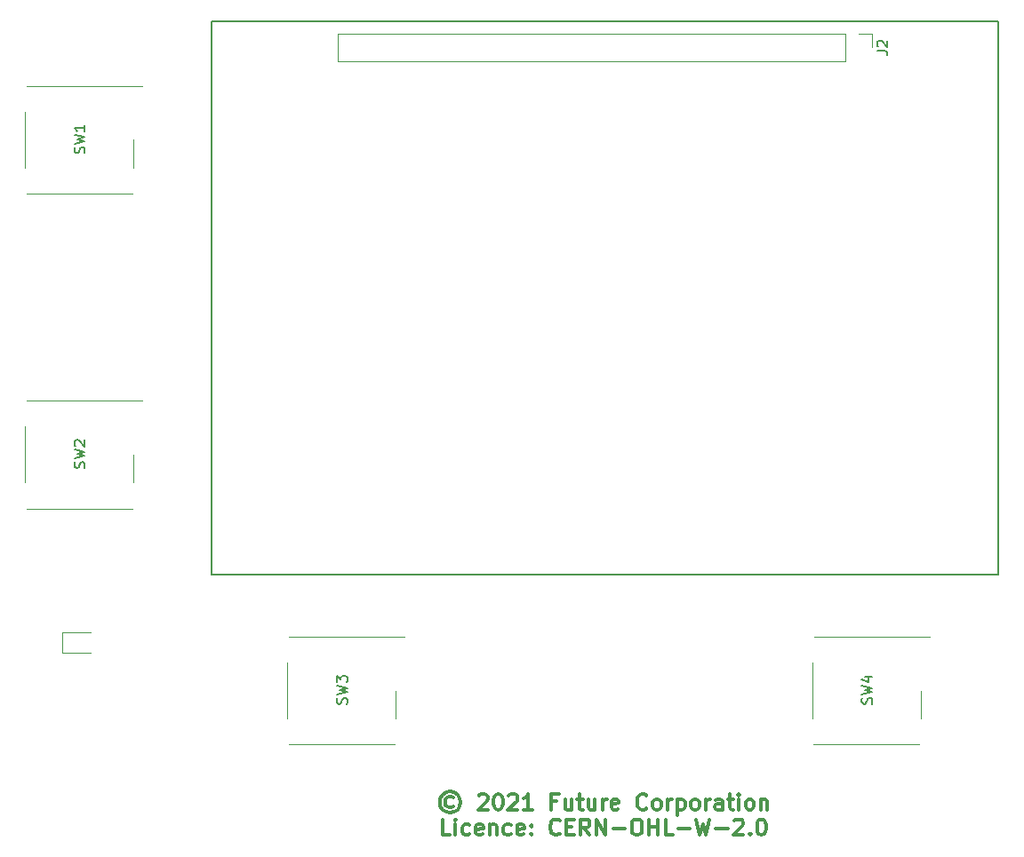
<source format=gbr>
%TF.GenerationSoftware,KiCad,Pcbnew,(5.99.0-8090-ga1d7a959f7)*%
%TF.CreationDate,2021-11-03T17:46:47+00:00*%
%TF.ProjectId,Front_Panel,46726f6e-745f-4506-916e-656c2e6b6963,rev?*%
%TF.SameCoordinates,Original*%
%TF.FileFunction,Legend,Top*%
%TF.FilePolarity,Positive*%
%FSLAX46Y46*%
G04 Gerber Fmt 4.6, Leading zero omitted, Abs format (unit mm)*
G04 Created by KiCad (PCBNEW (5.99.0-8090-ga1d7a959f7)) date 2021-11-03 17:46:47*
%MOMM*%
%LPD*%
G01*
G04 APERTURE LIST*
%ADD10C,0.300000*%
%ADD11C,0.150000*%
%ADD12C,0.120000*%
G04 APERTURE END LIST*
D10*
X110542857Y-136528214D02*
X110400000Y-136456785D01*
X110114285Y-136456785D01*
X109971428Y-136528214D01*
X109828571Y-136671071D01*
X109757142Y-136813928D01*
X109757142Y-137099642D01*
X109828571Y-137242500D01*
X109971428Y-137385357D01*
X110114285Y-137456785D01*
X110400000Y-137456785D01*
X110542857Y-137385357D01*
X110257142Y-135956785D02*
X109900000Y-136028214D01*
X109542857Y-136242500D01*
X109328571Y-136599642D01*
X109257142Y-136956785D01*
X109328571Y-137313928D01*
X109542857Y-137671071D01*
X109900000Y-137885357D01*
X110257142Y-137956785D01*
X110614285Y-137885357D01*
X110971428Y-137671071D01*
X111185714Y-137313928D01*
X111257142Y-136956785D01*
X111185714Y-136599642D01*
X110971428Y-136242500D01*
X110614285Y-136028214D01*
X110257142Y-135956785D01*
X112971428Y-136313928D02*
X113042857Y-136242500D01*
X113185714Y-136171071D01*
X113542857Y-136171071D01*
X113685714Y-136242500D01*
X113757142Y-136313928D01*
X113828571Y-136456785D01*
X113828571Y-136599642D01*
X113757142Y-136813928D01*
X112900000Y-137671071D01*
X113828571Y-137671071D01*
X114757142Y-136171071D02*
X114900000Y-136171071D01*
X115042857Y-136242500D01*
X115114285Y-136313928D01*
X115185714Y-136456785D01*
X115257142Y-136742500D01*
X115257142Y-137099642D01*
X115185714Y-137385357D01*
X115114285Y-137528214D01*
X115042857Y-137599642D01*
X114900000Y-137671071D01*
X114757142Y-137671071D01*
X114614285Y-137599642D01*
X114542857Y-137528214D01*
X114471428Y-137385357D01*
X114400000Y-137099642D01*
X114400000Y-136742500D01*
X114471428Y-136456785D01*
X114542857Y-136313928D01*
X114614285Y-136242500D01*
X114757142Y-136171071D01*
X115828571Y-136313928D02*
X115900000Y-136242500D01*
X116042857Y-136171071D01*
X116400000Y-136171071D01*
X116542857Y-136242500D01*
X116614285Y-136313928D01*
X116685714Y-136456785D01*
X116685714Y-136599642D01*
X116614285Y-136813928D01*
X115757142Y-137671071D01*
X116685714Y-137671071D01*
X118114285Y-137671071D02*
X117257142Y-137671071D01*
X117685714Y-137671071D02*
X117685714Y-136171071D01*
X117542857Y-136385357D01*
X117400000Y-136528214D01*
X117257142Y-136599642D01*
X120400000Y-136885357D02*
X119900000Y-136885357D01*
X119900000Y-137671071D02*
X119900000Y-136171071D01*
X120614285Y-136171071D01*
X121828571Y-136671071D02*
X121828571Y-137671071D01*
X121185714Y-136671071D02*
X121185714Y-137456785D01*
X121257142Y-137599642D01*
X121400000Y-137671071D01*
X121614285Y-137671071D01*
X121757142Y-137599642D01*
X121828571Y-137528214D01*
X122328571Y-136671071D02*
X122900000Y-136671071D01*
X122542857Y-136171071D02*
X122542857Y-137456785D01*
X122614285Y-137599642D01*
X122757142Y-137671071D01*
X122900000Y-137671071D01*
X124042857Y-136671071D02*
X124042857Y-137671071D01*
X123400000Y-136671071D02*
X123400000Y-137456785D01*
X123471428Y-137599642D01*
X123614285Y-137671071D01*
X123828571Y-137671071D01*
X123971428Y-137599642D01*
X124042857Y-137528214D01*
X124757142Y-137671071D02*
X124757142Y-136671071D01*
X124757142Y-136956785D02*
X124828571Y-136813928D01*
X124900000Y-136742500D01*
X125042857Y-136671071D01*
X125185714Y-136671071D01*
X126257142Y-137599642D02*
X126114285Y-137671071D01*
X125828571Y-137671071D01*
X125685714Y-137599642D01*
X125614285Y-137456785D01*
X125614285Y-136885357D01*
X125685714Y-136742500D01*
X125828571Y-136671071D01*
X126114285Y-136671071D01*
X126257142Y-136742500D01*
X126328571Y-136885357D01*
X126328571Y-137028214D01*
X125614285Y-137171071D01*
X128971428Y-137528214D02*
X128900000Y-137599642D01*
X128685714Y-137671071D01*
X128542857Y-137671071D01*
X128328571Y-137599642D01*
X128185714Y-137456785D01*
X128114285Y-137313928D01*
X128042857Y-137028214D01*
X128042857Y-136813928D01*
X128114285Y-136528214D01*
X128185714Y-136385357D01*
X128328571Y-136242500D01*
X128542857Y-136171071D01*
X128685714Y-136171071D01*
X128900000Y-136242500D01*
X128971428Y-136313928D01*
X129828571Y-137671071D02*
X129685714Y-137599642D01*
X129614285Y-137528214D01*
X129542857Y-137385357D01*
X129542857Y-136956785D01*
X129614285Y-136813928D01*
X129685714Y-136742500D01*
X129828571Y-136671071D01*
X130042857Y-136671071D01*
X130185714Y-136742500D01*
X130257142Y-136813928D01*
X130328571Y-136956785D01*
X130328571Y-137385357D01*
X130257142Y-137528214D01*
X130185714Y-137599642D01*
X130042857Y-137671071D01*
X129828571Y-137671071D01*
X130971428Y-137671071D02*
X130971428Y-136671071D01*
X130971428Y-136956785D02*
X131042857Y-136813928D01*
X131114285Y-136742500D01*
X131257142Y-136671071D01*
X131400000Y-136671071D01*
X131900000Y-136671071D02*
X131900000Y-138171071D01*
X131900000Y-136742500D02*
X132042857Y-136671071D01*
X132328571Y-136671071D01*
X132471428Y-136742500D01*
X132542857Y-136813928D01*
X132614285Y-136956785D01*
X132614285Y-137385357D01*
X132542857Y-137528214D01*
X132471428Y-137599642D01*
X132328571Y-137671071D01*
X132042857Y-137671071D01*
X131900000Y-137599642D01*
X133471428Y-137671071D02*
X133328571Y-137599642D01*
X133257142Y-137528214D01*
X133185714Y-137385357D01*
X133185714Y-136956785D01*
X133257142Y-136813928D01*
X133328571Y-136742500D01*
X133471428Y-136671071D01*
X133685714Y-136671071D01*
X133828571Y-136742500D01*
X133900000Y-136813928D01*
X133971428Y-136956785D01*
X133971428Y-137385357D01*
X133900000Y-137528214D01*
X133828571Y-137599642D01*
X133685714Y-137671071D01*
X133471428Y-137671071D01*
X134614285Y-137671071D02*
X134614285Y-136671071D01*
X134614285Y-136956785D02*
X134685714Y-136813928D01*
X134757142Y-136742500D01*
X134900000Y-136671071D01*
X135042857Y-136671071D01*
X136185714Y-137671071D02*
X136185714Y-136885357D01*
X136114285Y-136742500D01*
X135971428Y-136671071D01*
X135685714Y-136671071D01*
X135542857Y-136742500D01*
X136185714Y-137599642D02*
X136042857Y-137671071D01*
X135685714Y-137671071D01*
X135542857Y-137599642D01*
X135471428Y-137456785D01*
X135471428Y-137313928D01*
X135542857Y-137171071D01*
X135685714Y-137099642D01*
X136042857Y-137099642D01*
X136185714Y-137028214D01*
X136685714Y-136671071D02*
X137257142Y-136671071D01*
X136900000Y-136171071D02*
X136900000Y-137456785D01*
X136971428Y-137599642D01*
X137114285Y-137671071D01*
X137257142Y-137671071D01*
X137757142Y-137671071D02*
X137757142Y-136671071D01*
X137757142Y-136171071D02*
X137685714Y-136242500D01*
X137757142Y-136313928D01*
X137828571Y-136242500D01*
X137757142Y-136171071D01*
X137757142Y-136313928D01*
X138685714Y-137671071D02*
X138542857Y-137599642D01*
X138471428Y-137528214D01*
X138400000Y-137385357D01*
X138400000Y-136956785D01*
X138471428Y-136813928D01*
X138542857Y-136742500D01*
X138685714Y-136671071D01*
X138900000Y-136671071D01*
X139042857Y-136742500D01*
X139114285Y-136813928D01*
X139185714Y-136956785D01*
X139185714Y-137385357D01*
X139114285Y-137528214D01*
X139042857Y-137599642D01*
X138900000Y-137671071D01*
X138685714Y-137671071D01*
X139828571Y-136671071D02*
X139828571Y-137671071D01*
X139828571Y-136813928D02*
X139900000Y-136742500D01*
X140042857Y-136671071D01*
X140257142Y-136671071D01*
X140400000Y-136742500D01*
X140471428Y-136885357D01*
X140471428Y-137671071D01*
X110257142Y-140086071D02*
X109542857Y-140086071D01*
X109542857Y-138586071D01*
X110757142Y-140086071D02*
X110757142Y-139086071D01*
X110757142Y-138586071D02*
X110685714Y-138657500D01*
X110757142Y-138728928D01*
X110828571Y-138657500D01*
X110757142Y-138586071D01*
X110757142Y-138728928D01*
X112114285Y-140014642D02*
X111971428Y-140086071D01*
X111685714Y-140086071D01*
X111542857Y-140014642D01*
X111471428Y-139943214D01*
X111400000Y-139800357D01*
X111400000Y-139371785D01*
X111471428Y-139228928D01*
X111542857Y-139157500D01*
X111685714Y-139086071D01*
X111971428Y-139086071D01*
X112114285Y-139157500D01*
X113328571Y-140014642D02*
X113185714Y-140086071D01*
X112900000Y-140086071D01*
X112757142Y-140014642D01*
X112685714Y-139871785D01*
X112685714Y-139300357D01*
X112757142Y-139157500D01*
X112900000Y-139086071D01*
X113185714Y-139086071D01*
X113328571Y-139157500D01*
X113400000Y-139300357D01*
X113400000Y-139443214D01*
X112685714Y-139586071D01*
X114042857Y-139086071D02*
X114042857Y-140086071D01*
X114042857Y-139228928D02*
X114114285Y-139157500D01*
X114257142Y-139086071D01*
X114471428Y-139086071D01*
X114614285Y-139157500D01*
X114685714Y-139300357D01*
X114685714Y-140086071D01*
X116042857Y-140014642D02*
X115900000Y-140086071D01*
X115614285Y-140086071D01*
X115471428Y-140014642D01*
X115400000Y-139943214D01*
X115328571Y-139800357D01*
X115328571Y-139371785D01*
X115400000Y-139228928D01*
X115471428Y-139157500D01*
X115614285Y-139086071D01*
X115900000Y-139086071D01*
X116042857Y-139157500D01*
X117257142Y-140014642D02*
X117114285Y-140086071D01*
X116828571Y-140086071D01*
X116685714Y-140014642D01*
X116614285Y-139871785D01*
X116614285Y-139300357D01*
X116685714Y-139157500D01*
X116828571Y-139086071D01*
X117114285Y-139086071D01*
X117257142Y-139157500D01*
X117328571Y-139300357D01*
X117328571Y-139443214D01*
X116614285Y-139586071D01*
X117971428Y-139943214D02*
X118042857Y-140014642D01*
X117971428Y-140086071D01*
X117900000Y-140014642D01*
X117971428Y-139943214D01*
X117971428Y-140086071D01*
X117971428Y-139157500D02*
X118042857Y-139228928D01*
X117971428Y-139300357D01*
X117900000Y-139228928D01*
X117971428Y-139157500D01*
X117971428Y-139300357D01*
X120685714Y-139943214D02*
X120614285Y-140014642D01*
X120400000Y-140086071D01*
X120257142Y-140086071D01*
X120042857Y-140014642D01*
X119900000Y-139871785D01*
X119828571Y-139728928D01*
X119757142Y-139443214D01*
X119757142Y-139228928D01*
X119828571Y-138943214D01*
X119900000Y-138800357D01*
X120042857Y-138657500D01*
X120257142Y-138586071D01*
X120400000Y-138586071D01*
X120614285Y-138657500D01*
X120685714Y-138728928D01*
X121328571Y-139300357D02*
X121828571Y-139300357D01*
X122042857Y-140086071D02*
X121328571Y-140086071D01*
X121328571Y-138586071D01*
X122042857Y-138586071D01*
X123542857Y-140086071D02*
X123042857Y-139371785D01*
X122685714Y-140086071D02*
X122685714Y-138586071D01*
X123257142Y-138586071D01*
X123400000Y-138657500D01*
X123471428Y-138728928D01*
X123542857Y-138871785D01*
X123542857Y-139086071D01*
X123471428Y-139228928D01*
X123400000Y-139300357D01*
X123257142Y-139371785D01*
X122685714Y-139371785D01*
X124185714Y-140086071D02*
X124185714Y-138586071D01*
X125042857Y-140086071D01*
X125042857Y-138586071D01*
X125757142Y-139514642D02*
X126900000Y-139514642D01*
X127900000Y-138586071D02*
X128185714Y-138586071D01*
X128328571Y-138657500D01*
X128471428Y-138800357D01*
X128542857Y-139086071D01*
X128542857Y-139586071D01*
X128471428Y-139871785D01*
X128328571Y-140014642D01*
X128185714Y-140086071D01*
X127900000Y-140086071D01*
X127757142Y-140014642D01*
X127614285Y-139871785D01*
X127542857Y-139586071D01*
X127542857Y-139086071D01*
X127614285Y-138800357D01*
X127757142Y-138657500D01*
X127900000Y-138586071D01*
X129185714Y-140086071D02*
X129185714Y-138586071D01*
X129185714Y-139300357D02*
X130042857Y-139300357D01*
X130042857Y-140086071D02*
X130042857Y-138586071D01*
X131471428Y-140086071D02*
X130757142Y-140086071D01*
X130757142Y-138586071D01*
X131971428Y-139514642D02*
X133114285Y-139514642D01*
X133685714Y-138586071D02*
X134042857Y-140086071D01*
X134328571Y-139014642D01*
X134614285Y-140086071D01*
X134971428Y-138586071D01*
X135542857Y-139514642D02*
X136685714Y-139514642D01*
X137328571Y-138728928D02*
X137400000Y-138657500D01*
X137542857Y-138586071D01*
X137900000Y-138586071D01*
X138042857Y-138657500D01*
X138114285Y-138728928D01*
X138185714Y-138871785D01*
X138185714Y-139014642D01*
X138114285Y-139228928D01*
X137257142Y-140086071D01*
X138185714Y-140086071D01*
X138828571Y-139943214D02*
X138900000Y-140014642D01*
X138828571Y-140086071D01*
X138757142Y-140014642D01*
X138828571Y-139943214D01*
X138828571Y-140086071D01*
X139828571Y-138586071D02*
X139971428Y-138586071D01*
X140114285Y-138657500D01*
X140185714Y-138728928D01*
X140257142Y-138871785D01*
X140328571Y-139157500D01*
X140328571Y-139514642D01*
X140257142Y-139800357D01*
X140185714Y-139943214D01*
X140114285Y-140014642D01*
X139971428Y-140086071D01*
X139828571Y-140086071D01*
X139685714Y-140014642D01*
X139614285Y-139943214D01*
X139542857Y-139800357D01*
X139471428Y-139514642D01*
X139471428Y-139157500D01*
X139542857Y-138871785D01*
X139614285Y-138728928D01*
X139685714Y-138657500D01*
X139828571Y-138586071D01*
D11*
X87500000Y-115250000D02*
X162500000Y-115250000D01*
X162500000Y-115250000D02*
X162500000Y-62500000D01*
X162500000Y-62500000D02*
X87500000Y-62500000D01*
X87500000Y-62500000D02*
X87500000Y-115250000D01*
%TO.C,SW2*%
X75404761Y-105083333D02*
X75452380Y-104940476D01*
X75452380Y-104702380D01*
X75404761Y-104607142D01*
X75357142Y-104559523D01*
X75261904Y-104511904D01*
X75166666Y-104511904D01*
X75071428Y-104559523D01*
X75023809Y-104607142D01*
X74976190Y-104702380D01*
X74928571Y-104892857D01*
X74880952Y-104988095D01*
X74833333Y-105035714D01*
X74738095Y-105083333D01*
X74642857Y-105083333D01*
X74547619Y-105035714D01*
X74500000Y-104988095D01*
X74452380Y-104892857D01*
X74452380Y-104654761D01*
X74500000Y-104511904D01*
X74452380Y-104178571D02*
X75452380Y-103940476D01*
X74738095Y-103750000D01*
X75452380Y-103559523D01*
X74452380Y-103321428D01*
X74547619Y-102988095D02*
X74500000Y-102940476D01*
X74452380Y-102845238D01*
X74452380Y-102607142D01*
X74500000Y-102511904D01*
X74547619Y-102464285D01*
X74642857Y-102416666D01*
X74738095Y-102416666D01*
X74880952Y-102464285D01*
X75452380Y-103035714D01*
X75452380Y-102416666D01*
%TO.C,SW4*%
X150404761Y-127583333D02*
X150452380Y-127440476D01*
X150452380Y-127202380D01*
X150404761Y-127107142D01*
X150357142Y-127059523D01*
X150261904Y-127011904D01*
X150166666Y-127011904D01*
X150071428Y-127059523D01*
X150023809Y-127107142D01*
X149976190Y-127202380D01*
X149928571Y-127392857D01*
X149880952Y-127488095D01*
X149833333Y-127535714D01*
X149738095Y-127583333D01*
X149642857Y-127583333D01*
X149547619Y-127535714D01*
X149500000Y-127488095D01*
X149452380Y-127392857D01*
X149452380Y-127154761D01*
X149500000Y-127011904D01*
X149452380Y-126678571D02*
X150452380Y-126440476D01*
X149738095Y-126250000D01*
X150452380Y-126059523D01*
X149452380Y-125821428D01*
X149785714Y-125011904D02*
X150452380Y-125011904D01*
X149404761Y-125250000D02*
X150119047Y-125488095D01*
X150119047Y-124869047D01*
%TO.C,SW1*%
X75404761Y-75083333D02*
X75452380Y-74940476D01*
X75452380Y-74702380D01*
X75404761Y-74607142D01*
X75357142Y-74559523D01*
X75261904Y-74511904D01*
X75166666Y-74511904D01*
X75071428Y-74559523D01*
X75023809Y-74607142D01*
X74976190Y-74702380D01*
X74928571Y-74892857D01*
X74880952Y-74988095D01*
X74833333Y-75035714D01*
X74738095Y-75083333D01*
X74642857Y-75083333D01*
X74547619Y-75035714D01*
X74500000Y-74988095D01*
X74452380Y-74892857D01*
X74452380Y-74654761D01*
X74500000Y-74511904D01*
X74452380Y-74178571D02*
X75452380Y-73940476D01*
X74738095Y-73750000D01*
X75452380Y-73559523D01*
X74452380Y-73321428D01*
X75452380Y-72416666D02*
X75452380Y-72988095D01*
X75452380Y-72702380D02*
X74452380Y-72702380D01*
X74595238Y-72797619D01*
X74690476Y-72892857D01*
X74738095Y-72988095D01*
%TO.C,SW3*%
X100404761Y-127583333D02*
X100452380Y-127440476D01*
X100452380Y-127202380D01*
X100404761Y-127107142D01*
X100357142Y-127059523D01*
X100261904Y-127011904D01*
X100166666Y-127011904D01*
X100071428Y-127059523D01*
X100023809Y-127107142D01*
X99976190Y-127202380D01*
X99928571Y-127392857D01*
X99880952Y-127488095D01*
X99833333Y-127535714D01*
X99738095Y-127583333D01*
X99642857Y-127583333D01*
X99547619Y-127535714D01*
X99500000Y-127488095D01*
X99452380Y-127392857D01*
X99452380Y-127154761D01*
X99500000Y-127011904D01*
X99452380Y-126678571D02*
X100452380Y-126440476D01*
X99738095Y-126250000D01*
X100452380Y-126059523D01*
X99452380Y-125821428D01*
X99452380Y-125535714D02*
X99452380Y-124916666D01*
X99833333Y-125250000D01*
X99833333Y-125107142D01*
X99880952Y-125011904D01*
X99928571Y-124964285D01*
X100023809Y-124916666D01*
X100261904Y-124916666D01*
X100357142Y-124964285D01*
X100404761Y-125011904D01*
X100452380Y-125107142D01*
X100452380Y-125392857D01*
X100404761Y-125488095D01*
X100357142Y-125535714D01*
%TO.C,J2*%
X150907380Y-65333333D02*
X151621666Y-65333333D01*
X151764523Y-65380952D01*
X151859761Y-65476190D01*
X151907380Y-65619047D01*
X151907380Y-65714285D01*
X151002619Y-64904761D02*
X150955000Y-64857142D01*
X150907380Y-64761904D01*
X150907380Y-64523809D01*
X150955000Y-64428571D01*
X151002619Y-64380952D01*
X151097857Y-64333333D01*
X151193095Y-64333333D01*
X151335952Y-64380952D01*
X151907380Y-64952380D01*
X151907380Y-64333333D01*
D12*
%TO.C,SW2*%
X79960000Y-108970000D02*
X69880000Y-108970000D01*
X80900000Y-98650000D02*
X69890000Y-98650000D01*
X69760000Y-101160000D02*
X69760000Y-106460000D01*
X80080000Y-106460000D02*
X80080000Y-103810000D01*
%TO.C,D1*%
X76000000Y-120790000D02*
X73315000Y-120790000D01*
X73315000Y-120790000D02*
X73315000Y-122710000D01*
X73315000Y-122710000D02*
X76000000Y-122710000D01*
%TO.C,SW4*%
X155080000Y-128960000D02*
X155080000Y-126310000D01*
X144760000Y-123660000D02*
X144760000Y-128960000D01*
X155900000Y-121150000D02*
X144890000Y-121150000D01*
X154960000Y-131470000D02*
X144880000Y-131470000D01*
%TO.C,SW1*%
X69760000Y-71160000D02*
X69760000Y-76460000D01*
X80900000Y-68650000D02*
X69890000Y-68650000D01*
X79960000Y-78970000D02*
X69880000Y-78970000D01*
X80080000Y-76460000D02*
X80080000Y-73810000D01*
%TO.C,SW3*%
X104960000Y-131470000D02*
X94880000Y-131470000D01*
X105080000Y-128960000D02*
X105080000Y-126310000D01*
X94760000Y-123660000D02*
X94760000Y-128960000D01*
X105900000Y-121150000D02*
X94890000Y-121150000D01*
%TO.C,J2*%
X149125000Y-63670000D02*
X150455000Y-63670000D01*
X99535000Y-63670000D02*
X99535000Y-66330000D01*
X150455000Y-63670000D02*
X150455000Y-65000000D01*
X147855000Y-66330000D02*
X99535000Y-66330000D01*
X147855000Y-63670000D02*
X147855000Y-66330000D01*
X147855000Y-63670000D02*
X99535000Y-63670000D01*
%TD*%
M02*

</source>
